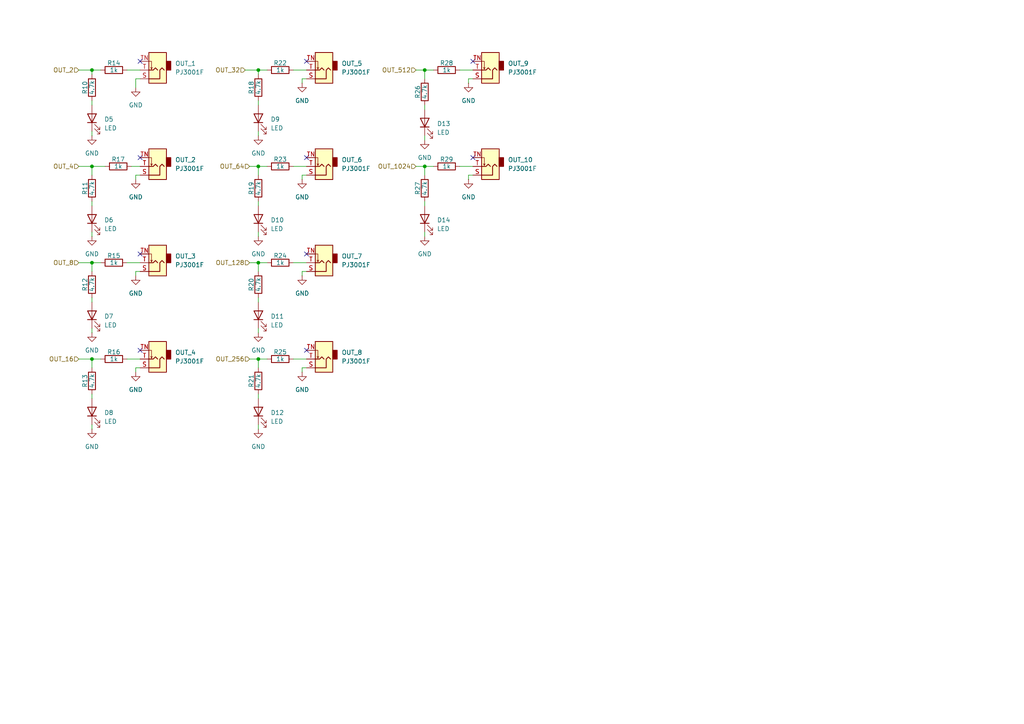
<source format=kicad_sch>
(kicad_sch (version 20231120) (generator "eeschema") (generator_version "8.0")
  (paper "A4")
  (lib_symbols
    (symbol "Device:LED" (pin_numbers hide) (pin_names (offset 1.016) hide)
      (property "Reference" "D" (at 0 2.54 0))
      (property "Value" "LED" (at 0 -2.54 0))
      (symbol "LED_0_1"
        (polyline (pts (xy -1.27 -1.27) (xy -1.27 1.27)) (stroke (width 0.254)))
        (polyline (pts (xy -1.27 0) (xy 1.27 0)))
        (polyline (pts (xy 1.27 -1.27) (xy 1.27 1.27) (xy -1.27 0) (xy 1.27 -1.27)) (stroke (width 0.254)))
        (polyline (pts (xy -3.048 -0.762) (xy -4.572 -2.286) (xy -3.81 -2.286) (xy -4.572 -2.286) (xy -4.572 -1.524)))
        (polyline (pts (xy -1.778 -0.762) (xy -3.302 -2.286) (xy -2.54 -2.286) (xy -3.302 -2.286) (xy -3.302 -1.524)))
      )
      (symbol "LED_1_1"
        (pin passive line (at -3.81 0 0) (length 2.54) (name "K") (number "1"))
        (pin passive line (at 3.81 0 180) (length 2.54) (name "A") (number "2"))
      )
    )
    (symbol "Device:R" (pin_numbers hide) (pin_names (offset 0))
      (property "Reference" "R" (at 2.032 0 90))
      (property "Value" "R" (at 0 0 90))
      (symbol "R_0_1"
        (rectangle (start -1.016 -2.54) (end 1.016 2.54) (stroke (width 0.254)))
      )
      (symbol "R_1_1"
        (pin passive line (at 0 3.81 270) (length 1.27) (name "~") (number "1"))
        (pin passive line (at 0 -3.81 90) (length 1.27) (name "~") (number "2"))
      )
    )
    (symbol "benjiaomodular:PJ3001F"
      (property "Reference" "J" (at 0 8.89 0))
      (property "Value" "PJ3001F" (at 0 6.35 0))
      (symbol "PJ3001F_0_1"
        (rectangle (start -2.54 0) (end -3.81 -2.54) (stroke (width 0.254)) (fill (type outline)))
        (polyline (pts (xy 1.778 -0.254) (xy 2.032 -0.762)))
        (polyline (pts (xy 0 0) (xy 0.635 -0.635) (xy 1.27 0) (xy 2.54 0)) (stroke (width 0.254)))
        (polyline (pts (xy 2.54 -2.54) (xy 1.778 -2.54) (xy 1.778 -0.254) (xy 1.524 -0.762)))
        (polyline (pts (xy 2.54 2.54) (xy -0.635 2.54) (xy -0.635 0) (xy -1.27 -0.635) (xy -1.905 0)) (stroke (width 0.254)))
        (rectangle (start 2.54 3.81) (end -2.54 -5.08) (stroke (width 0.254)) (fill (type background)))
      )
      (symbol "PJ3001F_1_1"
        (pin passive line (at 5.08 2.54 180) (length 2.54) (name "~") (number "S"))
        (pin passive line (at 5.08 0 180) (length 2.54) (name "~") (number "T"))
        (pin passive line (at 5.08 -2.54 180) (length 2.54) (name "~") (number "TN"))
      )
    )
    (symbol "power:GND" (power) (pin_numbers hide) (pin_names (offset 0) hide)
      (property "Value" "GND" (at 0 -3.81 0))
      (symbol "GND_0_1"
        (polyline (pts (xy 0 0) (xy 0 -1.27) (xy 1.27 -1.27) (xy 0 -2.54) (xy -1.27 -1.27) (xy 0 -1.27)))
      )
      (symbol "GND_1_1"
        (pin power_in line (at 0 0 270) (length 0) (name "~") (number "1"))
      )
    )
  )
  (junction (at 123.19 20.32))
  (junction (at 74.93 20.32))
  (junction (at 26.67 104.14))
  (junction (at 26.67 76.2))
  (junction (at 123.19 48.26))
  (junction (at 74.93 48.26))
  (junction (at 74.93 104.14))
  (junction (at 74.93 76.2))
  (junction (at 26.67 48.26))
  (junction (at 26.67 20.32))
  (no_connect (at 40.64 73.66))
  (no_connect (at 88.9 101.6))
  (no_connect (at 137.16 17.78))
  (no_connect (at 88.9 45.72))
  (no_connect (at 40.64 17.78))
  (no_connect (at 88.9 17.78))
  (no_connect (at 40.64 45.72))
  (no_connect (at 137.16 45.72))
  (no_connect (at 88.9 73.66))
  (no_connect (at 40.64 101.6))
  (wire (pts (xy 88.9 50.8) (xy 87.63 50.8)))
  (wire (pts (xy 123.19 20.32) (xy 125.73 20.32)))
  (wire (pts (xy 38.1 48.26) (xy 40.64 48.26)))
  (wire (pts (xy 36.83 20.32) (xy 40.64 20.32)))
  (wire (pts (xy 123.19 30.48) (xy 123.19 31.75)))
  (wire (pts (xy 120.65 20.32) (xy 123.19 20.32)))
  (wire (pts (xy 36.83 76.2) (xy 40.64 76.2)))
  (wire (pts (xy 133.35 20.32) (xy 137.16 20.32)))
  (wire (pts (xy 74.93 104.14) (xy 77.47 104.14)))
  (wire (pts (xy 39.37 50.8) (xy 39.37 52.07)))
  (wire (pts (xy 135.89 50.8) (xy 135.89 52.07)))
  (wire (pts (xy 74.93 76.2) (xy 74.93 78.74)))
  (wire (pts (xy 88.9 106.68) (xy 87.63 106.68)))
  (wire (pts (xy 26.67 38.1) (xy 26.67 39.37)))
  (wire (pts (xy 36.83 104.14) (xy 40.64 104.14)))
  (wire (pts (xy 137.16 50.8) (xy 135.89 50.8)))
  (wire (pts (xy 123.19 67.31) (xy 123.19 68.58)))
  (wire (pts (xy 26.67 95.25) (xy 26.67 96.52)))
  (wire (pts (xy 40.64 106.68) (xy 39.37 106.68)))
  (wire (pts (xy 133.35 48.26) (xy 137.16 48.26)))
  (wire (pts (xy 26.67 104.14) (xy 29.21 104.14)))
  (wire (pts (xy 26.67 76.2) (xy 29.21 76.2)))
  (wire (pts (xy 74.93 104.14) (xy 74.93 106.68)))
  (wire (pts (xy 123.19 20.32) (xy 123.19 22.86)))
  (wire (pts (xy 74.93 86.36) (xy 74.93 87.63)))
  (wire (pts (xy 123.19 48.26) (xy 123.19 50.8)))
  (wire (pts (xy 74.93 38.1) (xy 74.93 39.37)))
  (wire (pts (xy 40.64 78.74) (xy 39.37 78.74)))
  (wire (pts (xy 26.67 104.14) (xy 26.67 106.68)))
  (wire (pts (xy 26.67 48.26) (xy 30.48 48.26)))
  (wire (pts (xy 137.16 22.86) (xy 135.89 22.86)))
  (wire (pts (xy 72.39 76.2) (xy 74.93 76.2)))
  (wire (pts (xy 26.67 86.36) (xy 26.67 87.63)))
  (wire (pts (xy 87.63 22.86) (xy 87.63 24.13)))
  (wire (pts (xy 85.09 104.14) (xy 88.9 104.14)))
  (wire (pts (xy 74.93 58.42) (xy 74.93 59.69)))
  (wire (pts (xy 135.89 22.86) (xy 135.89 24.13)))
  (wire (pts (xy 88.9 78.74) (xy 87.63 78.74)))
  (wire (pts (xy 22.86 20.32) (xy 26.67 20.32)))
  (wire (pts (xy 87.63 78.74) (xy 87.63 80.01)))
  (wire (pts (xy 123.19 39.37) (xy 123.19 40.64)))
  (wire (pts (xy 26.67 67.31) (xy 26.67 68.58)))
  (wire (pts (xy 72.39 48.26) (xy 74.93 48.26)))
  (wire (pts (xy 120.65 48.26) (xy 123.19 48.26)))
  (wire (pts (xy 74.93 123.19) (xy 74.93 124.46)))
  (wire (pts (xy 74.93 76.2) (xy 77.47 76.2)))
  (wire (pts (xy 26.67 59.69) (xy 26.67 58.42)))
  (wire (pts (xy 22.86 104.14) (xy 26.67 104.14)))
  (wire (pts (xy 26.67 48.26) (xy 26.67 50.8)))
  (wire (pts (xy 26.67 20.32) (xy 26.67 21.59)))
  (wire (pts (xy 74.93 48.26) (xy 77.47 48.26)))
  (wire (pts (xy 22.86 48.26) (xy 26.67 48.26)))
  (wire (pts (xy 123.19 48.26) (xy 125.73 48.26)))
  (wire (pts (xy 26.67 114.3) (xy 26.67 115.57)))
  (wire (pts (xy 85.09 76.2) (xy 88.9 76.2)))
  (wire (pts (xy 74.93 67.31) (xy 74.93 68.58)))
  (wire (pts (xy 74.93 95.25) (xy 74.93 96.52)))
  (wire (pts (xy 74.93 20.32) (xy 74.93 21.59)))
  (wire (pts (xy 85.09 48.26) (xy 88.9 48.26)))
  (wire (pts (xy 123.19 58.42) (xy 123.19 59.69)))
  (wire (pts (xy 87.63 50.8) (xy 87.63 52.07)))
  (wire (pts (xy 72.39 104.14) (xy 74.93 104.14)))
  (wire (pts (xy 39.37 22.86) (xy 39.37 25.4)))
  (wire (pts (xy 88.9 22.86) (xy 87.63 22.86)))
  (wire (pts (xy 26.67 20.32) (xy 29.21 20.32)))
  (wire (pts (xy 85.09 20.32) (xy 88.9 20.32)))
  (wire (pts (xy 40.64 50.8) (xy 39.37 50.8)))
  (wire (pts (xy 74.93 20.32) (xy 77.47 20.32)))
  (wire (pts (xy 39.37 106.68) (xy 39.37 107.95)))
  (wire (pts (xy 26.67 29.21) (xy 26.67 30.48)))
  (wire (pts (xy 40.64 22.86) (xy 39.37 22.86)))
  (wire (pts (xy 39.37 78.74) (xy 39.37 80.01)))
  (wire (pts (xy 74.93 48.26) (xy 74.93 50.8)))
  (wire (pts (xy 22.86 76.2) (xy 26.67 76.2)))
  (wire (pts (xy 74.93 114.3) (xy 74.93 115.57)))
  (wire (pts (xy 26.67 123.19) (xy 26.67 124.46)))
  (wire (pts (xy 74.93 29.21) (xy 74.93 30.48)))
  (wire (pts (xy 71.12 20.32) (xy 74.93 20.32)))
  (wire (pts (xy 26.67 76.2) (xy 26.67 78.74)))
  (wire (pts (xy 87.63 106.68) (xy 87.63 107.95)))
  (hierarchical_label "OUT_1024" (shape input) (at 120.65 48.26 180))
  (hierarchical_label "OUT_128" (shape input) (at 72.39 76.2 180))
  (hierarchical_label "OUT_64" (shape input) (at 72.39 48.26 180))
  (hierarchical_label "OUT_256" (shape input) (at 72.39 104.14 180))
  (hierarchical_label "OUT_16" (shape input) (at 22.86 104.14 180))
  (hierarchical_label "OUT_32" (shape input) (at 71.12 20.32 180))
  (hierarchical_label "OUT_2" (shape input) (at 22.86 20.32 180))
  (hierarchical_label "OUT_8" (shape input) (at 22.86 76.2 180))
  (hierarchical_label "OUT_4" (shape input) (at 22.86 48.26 180))
  (hierarchical_label "OUT_512" (shape input) (at 120.65 20.32 180))
  (symbol (lib_id "power:GND") (at 74.93 68.58 0) (unit 1)
    (property "Reference" "#PWR032" (effects (hide yes)))
    (property "Value" "GND" (at 74.93 73.66 0))
    (property "Description" "Power symbol creates a global label with name \"GND\" , ground" (effects (hide yes)))
  )
  (symbol (lib_id "Device:R") (at 74.93 82.55 0) (unit 1)
    (property "Reference" "R20" (at 72.898 82.55 90))
    (property "Value" "4.7k" (at 74.93 82.55 90))
    (property "Footprint" "Resistor_SMD:R_0603_1608Metric_Pad0.98x0.95mm_HandSolder" (effects (hide yes)))
    (property "Description" "Resistor" (effects (hide yes)))
    (property "URL" "https://mou.sr/3Zl09mQ" (effects (hide yes)))
    (property "Manufacturer" "YAGEO" (effects (hide yes)))
    (property "Part #" "RC0603FR-074K7L" (effects (hide yes)))
  )
  (symbol (lib_id "power:GND") (at 87.63 24.13 0) (unit 1)
    (property "Reference" "#PWR035" (effects (hide yes)))
    (property "Value" "GND" (at 87.63 29.21 0))
    (property "Description" "Power symbol creates a global label with name \"GND\" , ground" (effects (hide yes)))
  )
  (symbol (lib_id "benjiaomodular:PJ3001F") (at 45.72 48.26 180) (unit 1)
    (property "Reference" "OUT_2" (at 50.8 46.3549 0) (effects (justify right)))
    (property "Value" "PJ3001F" (at 50.8 48.8949 0) (effects (justify right)))
    (property "Footprint" "benjiaomodular:AudioJack_3.5mm" (effects (hide yes)))
    (property "Description" "Audio Jack, 2 Poles (Mono / TS), Switched T Pole (Normalling)" (effects (hide yes)))
    (property "URL" "https://www.taydaelectronics.com/pj-3001f-3-5-mm-mono-phone-jack.html" (effects (hide yes)))
    (property "Manufacturer" "Tayda Electronics" (effects (hide yes)))
    (property "Part #" "PJ-3001F" (effects (hide yes)))
  )
  (symbol (lib_id "power:GND") (at 123.19 68.58 0) (unit 1)
    (property "Reference" "#PWR040" (effects (hide yes)))
    (property "Value" "GND" (at 123.19 73.66 0))
    (property "Description" "Power symbol creates a global label with name \"GND\" , ground" (effects (hide yes)))
  )
  (symbol (lib_id "benjiaomodular:PJ3001F") (at 93.98 104.14 180) (unit 1)
    (property "Reference" "OUT_8" (at 99.06 102.2349 0) (effects (justify right)))
    (property "Value" "PJ3001F" (at 99.06 104.7749 0) (effects (justify right)))
    (property "Footprint" "benjiaomodular:AudioJack_3.5mm" (effects (hide yes)))
    (property "Description" "Audio Jack, 2 Poles (Mono / TS), Switched T Pole (Normalling)" (effects (hide yes)))
    (property "URL" "https://www.taydaelectronics.com/pj-3001f-3-5-mm-mono-phone-jack.html" (effects (hide yes)))
    (property "Manufacturer" "Tayda Electronics" (effects (hide yes)))
    (property "Part #" "PJ-3001F" (effects (hide yes)))
  )
  (symbol (lib_id "power:GND") (at 26.67 39.37 0) (unit 1)
    (property "Reference" "#PWR023" (effects (hide yes)))
    (property "Value" "GND" (at 26.67 44.45 0))
    (property "Description" "Power symbol creates a global label with name \"GND\" , ground" (effects (hide yes)))
  )
  (symbol (lib_id "benjiaomodular:PJ3001F") (at 93.98 76.2 180) (unit 1)
    (property "Reference" "OUT_7" (at 99.06 74.2949 0) (effects (justify right)))
    (property "Value" "PJ3001F" (at 99.06 76.8349 0) (effects (justify right)))
    (property "Footprint" "benjiaomodular:AudioJack_3.5mm" (effects (hide yes)))
    (property "Description" "Audio Jack, 2 Poles (Mono / TS), Switched T Pole (Normalling)" (effects (hide yes)))
    (property "URL" "https://www.taydaelectronics.com/pj-3001f-3-5-mm-mono-phone-jack.html" (effects (hide yes)))
    (property "Manufacturer" "Tayda Electronics" (effects (hide yes)))
    (property "Part #" "PJ-3001F" (effects (hide yes)))
  )
  (symbol (lib_id "power:GND") (at 74.93 124.46 0) (unit 1)
    (property "Reference" "#PWR034" (effects (hide yes)))
    (property "Value" "GND" (at 74.93 129.54 0))
    (property "Description" "Power symbol creates a global label with name \"GND\" , ground" (effects (hide yes)))
  )
  (symbol (lib_id "Device:R") (at 81.28 76.2 270) (unit 1)
    (property "Reference" "R24" (at 81.28 74.168 90))
    (property "Value" "1k" (at 81.28 76.2 90))
    (property "Footprint" "Resistor_SMD:R_0603_1608Metric_Pad0.98x0.95mm_HandSolder" (effects (hide yes)))
    (property "Description" "Resistor" (effects (hide yes)))
    (property "URL" " https://mou.sr/3MKtPCB" (effects (hide yes)))
    (property "Manufacturer" "YAGEO" (effects (hide yes)))
    (property "Part #" "RC0603FR-071KL " (effects (hide yes)))
  )
  (symbol (lib_id "Device:LED") (at 123.19 63.5 90) (unit 1)
    (property "Reference" "D14" (at 126.746 63.8174 90) (effects (justify right)))
    (property "Value" "LED" (at 126.746 66.3574 90) (effects (justify right)))
    (property "Footprint" "LED_SMD:LED_0805_2012Metric" (effects (hide yes)))
    (property "Description" "Light emitting diode" (effects (hide yes)))
    (property "URL" "https://www.taydaelectronics.com/led-3mm-orange.html" (effects (hide yes)))
    (property "Manufacturer" "KENTO" (effects (hide yes)))
    (property "Part #" "3ARG4HWC" (effects (hide yes)))
  )
  (symbol (lib_id "Device:R") (at 26.67 110.49 0) (unit 1)
    (property "Reference" "R13" (at 24.638 110.49 90))
    (property "Value" "4.7k" (at 26.67 110.49 90))
    (property "Footprint" "Resistor_SMD:R_0603_1608Metric_Pad0.98x0.95mm_HandSolder" (effects (hide yes)))
    (property "Description" "Resistor" (effects (hide yes)))
    (property "URL" "https://mou.sr/3Zl09mQ" (effects (hide yes)))
    (property "Manufacturer" "YAGEO" (effects (hide yes)))
    (property "Part #" "RC0603FR-074K7L" (effects (hide yes)))
  )
  (symbol (lib_id "power:GND") (at 39.37 80.01 0) (unit 1)
    (property "Reference" "#PWR029" (effects (hide yes)))
    (property "Value" "GND" (at 39.37 85.09 0))
    (property "Description" "Power symbol creates a global label with name \"GND\" , ground" (effects (hide yes)))
  )
  (symbol (lib_id "benjiaomodular:PJ3001F") (at 45.72 20.32 180) (unit 1)
    (property "Reference" "OUT_1" (at 50.8 18.4149 0) (effects (justify right)))
    (property "Value" "PJ3001F" (at 50.8 20.9549 0) (effects (justify right)))
    (property "Footprint" "benjiaomodular:AudioJack_3.5mm" (effects (hide yes)))
    (property "Description" "Audio Jack, 2 Poles (Mono / TS), Switched T Pole (Normalling)" (effects (hide yes)))
    (property "URL" "https://www.taydaelectronics.com/pj-3001f-3-5-mm-mono-phone-jack.html" (effects (hide yes)))
    (property "Manufacturer" "Tayda Electronics" (effects (hide yes)))
    (property "Part #" "PJ-3001F" (effects (hide yes)))
  )
  (symbol (lib_id "power:GND") (at 135.89 52.07 0) (unit 1)
    (property "Reference" "#PWR042" (effects (hide yes)))
    (property "Value" "GND" (at 135.89 57.15 0))
    (property "Description" "Power symbol creates a global label with name \"GND\" , ground" (effects (hide yes)))
  )
  (symbol (lib_id "power:GND") (at 74.93 39.37 0) (unit 1)
    (property "Reference" "#PWR031" (effects (hide yes)))
    (property "Value" "GND" (at 74.93 44.45 0))
    (property "Description" "Power symbol creates a global label with name \"GND\" , ground" (effects (hide yes)))
  )
  (symbol (lib_id "benjiaomodular:PJ3001F") (at 45.72 104.14 180) (unit 1)
    (property "Reference" "OUT_4" (at 50.8 102.2349 0) (effects (justify right)))
    (property "Value" "PJ3001F" (at 50.8 104.7749 0) (effects (justify right)))
    (property "Footprint" "benjiaomodular:AudioJack_3.5mm" (effects (hide yes)))
    (property "Description" "Audio Jack, 2 Poles (Mono / TS), Switched T Pole (Normalling)" (effects (hide yes)))
    (property "URL" "https://www.taydaelectronics.com/pj-3001f-3-5-mm-mono-phone-jack.html" (effects (hide yes)))
    (property "Manufacturer" "Tayda Electronics" (effects (hide yes)))
    (property "Part #" "PJ-3001F" (effects (hide yes)))
  )
  (symbol (lib_id "Device:LED") (at 26.67 63.5 90) (unit 1)
    (property "Reference" "D6" (at 30.226 63.8174 90) (effects (justify right)))
    (property "Value" "LED" (at 30.226 66.3574 90) (effects (justify right)))
    (property "Footprint" "LED_SMD:LED_0805_2012Metric" (effects (hide yes)))
    (property "Description" "Light emitting diode" (effects (hide yes)))
    (property "URL" "https://www.taydaelectronics.com/led-3mm-orange.html" (effects (hide yes)))
    (property "Manufacturer" "KENTO" (effects (hide yes)))
    (property "Part #" "3ARG4HWC" (effects (hide yes)))
  )
  (symbol (lib_id "Device:R") (at 26.67 25.4 0) (unit 1)
    (property "Reference" "R10" (at 24.638 25.4 90))
    (property "Value" "4.7k" (at 26.67 25.4 90))
    (property "Footprint" "Resistor_SMD:R_0603_1608Metric_Pad0.98x0.95mm_HandSolder" (effects (hide yes)))
    (property "Description" "Resistor" (effects (hide yes)))
    (property "URL" "https://mou.sr/3Zl09mQ" (effects (hide yes)))
    (property "Manufacturer" "YAGEO" (effects (hide yes)))
    (property "Part #" "RC0603FR-074K7L" (effects (hide yes)))
  )
  (symbol (lib_id "power:GND") (at 74.93 96.52 0) (unit 1)
    (property "Reference" "#PWR033" (effects (hide yes)))
    (property "Value" "GND" (at 74.93 101.6 0))
    (property "Description" "Power symbol creates a global label with name \"GND\" , ground" (effects (hide yes)))
  )
  (symbol (lib_id "Device:R") (at 123.19 26.67 0) (unit 1)
    (property "Reference" "R26" (at 121.158 26.67 90))
    (property "Value" "4.7k" (at 123.19 26.67 90))
    (property "Footprint" "Resistor_SMD:R_0603_1608Metric_Pad0.98x0.95mm_HandSolder" (effects (hide yes)))
    (property "Description" "Resistor" (effects (hide yes)))
    (property "URL" "https://mou.sr/3Zl09mQ" (effects (hide yes)))
    (property "Manufacturer" "YAGEO" (effects (hide yes)))
    (property "Part #" "RC0603FR-074K7L" (effects (hide yes)))
  )
  (symbol (lib_id "power:GND") (at 87.63 80.01 0) (unit 1)
    (property "Reference" "#PWR037" (effects (hide yes)))
    (property "Value" "GND" (at 87.63 85.09 0))
    (property "Description" "Power symbol creates a global label with name \"GND\" , ground" (effects (hide yes)))
  )
  (symbol (lib_id "Device:R") (at 129.54 20.32 270) (unit 1)
    (property "Reference" "R28" (at 129.54 18.288 90))
    (property "Value" "1k" (at 129.54 20.32 90))
    (property "Footprint" "Resistor_SMD:R_0603_1608Metric_Pad0.98x0.95mm_HandSolder" (effects (hide yes)))
    (property "Description" "Resistor" (effects (hide yes)))
    (property "URL" " https://mou.sr/3MKtPCB" (effects (hide yes)))
    (property "Manufacturer" "YAGEO" (effects (hide yes)))
    (property "Part #" "RC0603FR-071KL " (effects (hide yes)))
  )
  (symbol (lib_id "Device:R") (at 81.28 20.32 270) (unit 1)
    (property "Reference" "R22" (at 81.28 18.288 90))
    (property "Value" "1k" (at 81.28 20.32 90))
    (property "Footprint" "Resistor_SMD:R_0603_1608Metric_Pad0.98x0.95mm_HandSolder" (effects (hide yes)))
    (property "Description" "Resistor" (effects (hide yes)))
    (property "URL" " https://mou.sr/3MKtPCB" (effects (hide yes)))
    (property "Manufacturer" "YAGEO" (effects (hide yes)))
    (property "Part #" "RC0603FR-071KL " (effects (hide yes)))
  )
  (symbol (lib_id "Device:R") (at 74.93 110.49 0) (unit 1)
    (property "Reference" "R21" (at 72.898 110.49 90))
    (property "Value" "4.7k" (at 74.93 110.49 90))
    (property "Footprint" "Resistor_SMD:R_0603_1608Metric_Pad0.98x0.95mm_HandSolder" (effects (hide yes)))
    (property "Description" "Resistor" (effects (hide yes)))
    (property "URL" "https://mou.sr/3Zl09mQ" (effects (hide yes)))
    (property "Manufacturer" "YAGEO" (effects (hide yes)))
    (property "Part #" "RC0603FR-074K7L" (effects (hide yes)))
  )
  (symbol (lib_id "benjiaomodular:PJ3001F") (at 142.24 48.26 180) (unit 1)
    (property "Reference" "OUT_10" (at 147.32 46.3549 0) (effects (justify right)))
    (property "Value" "PJ3001F" (at 147.32 48.8949 0) (effects (justify right)))
    (property "Footprint" "benjiaomodular:AudioJack_3.5mm" (effects (hide yes)))
    (property "Description" "Audio Jack, 2 Poles (Mono / TS), Switched T Pole (Normalling)" (effects (hide yes)))
    (property "URL" "https://www.taydaelectronics.com/pj-3001f-3-5-mm-mono-phone-jack.html" (effects (hide yes)))
    (property "Manufacturer" "Tayda Electronics" (effects (hide yes)))
    (property "Part #" "PJ-3001F" (effects (hide yes)))
  )
  (symbol (lib_id "Device:LED") (at 74.93 34.29 90) (unit 1)
    (property "Reference" "D9" (at 78.486 34.6074 90) (effects (justify right)))
    (property "Value" "LED" (at 78.486 37.1474 90) (effects (justify right)))
    (property "Footprint" "LED_SMD:LED_0805_2012Metric" (effects (hide yes)))
    (property "Description" "Light emitting diode" (effects (hide yes)))
    (property "URL" "https://www.taydaelectronics.com/led-3mm-orange.html" (effects (hide yes)))
    (property "Manufacturer" "KENTO" (effects (hide yes)))
    (property "Part #" "3ARG4HWC" (effects (hide yes)))
  )
  (symbol (lib_id "Device:LED") (at 26.67 91.44 90) (unit 1)
    (property "Reference" "D7" (at 30.226 91.7574 90) (effects (justify right)))
    (property "Value" "LED" (at 30.226 94.2974 90) (effects (justify right)))
    (property "Footprint" "LED_SMD:LED_0805_2012Metric" (effects (hide yes)))
    (property "Description" "Light emitting diode" (effects (hide yes)))
    (property "URL" "https://www.taydaelectronics.com/led-3mm-orange.html" (effects (hide yes)))
    (property "Manufacturer" "KENTO" (effects (hide yes)))
    (property "Part #" "3ARG4HWC" (effects (hide yes)))
  )
  (symbol (lib_id "Device:R") (at 33.02 76.2 270) (unit 1)
    (property "Reference" "R15" (at 33.02 74.168 90))
    (property "Value" "1k" (at 33.02 76.2 90))
    (property "Footprint" "Resistor_SMD:R_0603_1608Metric_Pad0.98x0.95mm_HandSolder" (effects (hide yes)))
    (property "Description" "Resistor" (effects (hide yes)))
    (property "URL" " https://mou.sr/3MKtPCB" (effects (hide yes)))
    (property "Manufacturer" "YAGEO" (effects (hide yes)))
    (property "Part #" "RC0603FR-071KL " (effects (hide yes)))
  )
  (symbol (lib_id "Device:R") (at 129.54 48.26 270) (unit 1)
    (property "Reference" "R29" (at 129.54 46.228 90))
    (property "Value" "1k" (at 129.54 48.26 90))
    (property "Footprint" "Resistor_SMD:R_0603_1608Metric_Pad0.98x0.95mm_HandSolder" (effects (hide yes)))
    (property "Description" "Resistor" (effects (hide yes)))
    (property "URL" " https://mou.sr/3MKtPCB" (effects (hide yes)))
    (property "Manufacturer" "YAGEO" (effects (hide yes)))
    (property "Part #" "RC0603FR-071KL " (effects (hide yes)))
  )
  (symbol (lib_id "Device:R") (at 81.28 48.26 270) (unit 1)
    (property "Reference" "R23" (at 81.28 46.228 90))
    (property "Value" "1k" (at 81.28 48.26 90))
    (property "Footprint" "Resistor_SMD:R_0603_1608Metric_Pad0.98x0.95mm_HandSolder" (effects (hide yes)))
    (property "Description" "Resistor" (effects (hide yes)))
    (property "URL" " https://mou.sr/3MKtPCB" (effects (hide yes)))
    (property "Manufacturer" "YAGEO" (effects (hide yes)))
    (property "Part #" "RC0603FR-071KL " (effects (hide yes)))
  )
  (symbol (lib_id "Device:R") (at 81.28 104.14 270) (unit 1)
    (property "Reference" "R25" (at 81.28 102.108 90))
    (property "Value" "1k" (at 81.28 104.14 90))
    (property "Footprint" "Resistor_SMD:R_0603_1608Metric_Pad0.98x0.95mm_HandSolder" (effects (hide yes)))
    (property "Description" "Resistor" (effects (hide yes)))
    (property "URL" " https://mou.sr/3MKtPCB" (effects (hide yes)))
    (property "Manufacturer" "YAGEO" (effects (hide yes)))
    (property "Part #" "RC0603FR-071KL " (effects (hide yes)))
  )
  (symbol (lib_id "power:GND") (at 123.19 40.64 0) (unit 1)
    (property "Reference" "#PWR039" (effects (hide yes)))
    (property "Value" "GND" (at 123.19 45.72 0))
    (property "Description" "Power symbol creates a global label with name \"GND\" , ground" (effects (hide yes)))
  )
  (symbol (lib_id "Device:LED") (at 123.19 35.56 90) (unit 1)
    (property "Reference" "D13" (at 126.746 35.8774 90) (effects (justify right)))
    (property "Value" "LED" (at 126.746 38.4174 90) (effects (justify right)))
    (property "Footprint" "LED_SMD:LED_0805_2012Metric" (effects (hide yes)))
    (property "Description" "Light emitting diode" (effects (hide yes)))
    (property "URL" "https://www.taydaelectronics.com/led-3mm-orange.html" (effects (hide yes)))
    (property "Manufacturer" "KENTO" (effects (hide yes)))
    (property "Part #" "3ARG4HWC" (effects (hide yes)))
  )
  (symbol (lib_id "power:GND") (at 39.37 52.07 0) (unit 1)
    (property "Reference" "#PWR028" (effects (hide yes)))
    (property "Value" "GND" (at 39.37 57.15 0))
    (property "Description" "Power symbol creates a global label with name \"GND\" , ground" (effects (hide yes)))
  )
  (symbol (lib_id "power:GND") (at 87.63 52.07 0) (unit 1)
    (property "Reference" "#PWR036" (effects (hide yes)))
    (property "Value" "GND" (at 87.63 57.15 0))
    (property "Description" "Power symbol creates a global label with name \"GND\" , ground" (effects (hide yes)))
  )
  (symbol (lib_id "Device:LED") (at 26.67 119.38 90) (unit 1)
    (property "Reference" "D8" (at 30.226 119.6974 90) (effects (justify right)))
    (property "Value" "LED" (at 30.226 122.2374 90) (effects (justify right)))
    (property "Footprint" "LED_SMD:LED_0805_2012Metric" (effects (hide yes)))
    (property "Description" "Light emitting diode" (effects (hide yes)))
    (property "URL" "https://www.taydaelectronics.com/led-3mm-orange.html" (effects (hide yes)))
    (property "Manufacturer" "KENTO" (effects (hide yes)))
    (property "Part #" "3ARG4HWC" (effects (hide yes)))
  )
  (symbol (lib_id "power:GND") (at 26.67 96.52 0) (unit 1)
    (property "Reference" "#PWR025" (effects (hide yes)))
    (property "Value" "GND" (at 26.67 101.6 0))
    (property "Description" "Power symbol creates a global label with name \"GND\" , ground" (effects (hide yes)))
  )
  (symbol (lib_id "Device:R") (at 74.93 25.4 0) (unit 1)
    (property "Reference" "R18" (at 72.898 25.4 90))
    (property "Value" "4.7k" (at 74.93 25.4 90))
    (property "Footprint" "Resistor_SMD:R_0603_1608Metric_Pad0.98x0.95mm_HandSolder" (effects (hide yes)))
    (property "Description" "Resistor" (effects (hide yes)))
    (property "URL" "https://mou.sr/3Zl09mQ" (effects (hide yes)))
    (property "Manufacturer" "YAGEO" (effects (hide yes)))
    (property "Part #" "RC0603FR-074K7L" (effects (hide yes)))
  )
  (symbol (lib_id "benjiaomodular:PJ3001F") (at 93.98 48.26 180) (unit 1)
    (property "Reference" "OUT_6" (at 99.06 46.3549 0) (effects (justify right)))
    (property "Value" "PJ3001F" (at 99.06 48.8949 0) (effects (justify right)))
    (property "Footprint" "benjiaomodular:AudioJack_3.5mm" (effects (hide yes)))
    (property "Description" "Audio Jack, 2 Poles (Mono / TS), Switched T Pole (Normalling)" (effects (hide yes)))
    (property "URL" "https://www.taydaelectronics.com/pj-3001f-3-5-mm-mono-phone-jack.html" (effects (hide yes)))
    (property "Manufacturer" "Tayda Electronics" (effects (hide yes)))
    (property "Part #" "PJ-3001F" (effects (hide yes)))
  )
  (symbol (lib_id "Device:LED") (at 74.93 119.38 90) (unit 1)
    (property "Reference" "D12" (at 78.486 119.6974 90) (effects (justify right)))
    (property "Value" "LED" (at 78.486 122.2374 90) (effects (justify right)))
    (property "Footprint" "LED_SMD:LED_0805_2012Metric" (effects (hide yes)))
    (property "Description" "Light emitting diode" (effects (hide yes)))
    (property "URL" "https://www.taydaelectronics.com/led-3mm-orange.html" (effects (hide yes)))
    (property "Manufacturer" "KENTO" (effects (hide yes)))
    (property "Part #" "3ARG4HWC" (effects (hide yes)))
  )
  (symbol (lib_id "Device:R") (at 26.67 82.55 0) (unit 1)
    (property "Reference" "R12" (at 24.638 82.55 90))
    (property "Value" "4.7k" (at 26.67 82.55 90))
    (property "Footprint" "Resistor_SMD:R_0603_1608Metric_Pad0.98x0.95mm_HandSolder" (effects (hide yes)))
    (property "Description" "Resistor" (effects (hide yes)))
    (property "URL" "https://mou.sr/3Zl09mQ" (effects (hide yes)))
    (property "Manufacturer" "YAGEO" (effects (hide yes)))
    (property "Part #" "RC0603FR-074K7L" (effects (hide yes)))
  )
  (symbol (lib_id "Device:R") (at 26.67 54.61 0) (unit 1)
    (property "Reference" "R11" (at 24.638 54.61 90))
    (property "Value" "4.7k" (at 26.67 54.61 90))
    (property "Footprint" "Resistor_SMD:R_0603_1608Metric_Pad0.98x0.95mm_HandSolder" (effects (hide yes)))
    (property "Description" "Resistor" (effects (hide yes)))
    (property "URL" "https://mou.sr/3Zl09mQ" (effects (hide yes)))
    (property "Manufacturer" "YAGEO" (effects (hide yes)))
    (property "Part #" "RC0603FR-074K7L" (effects (hide yes)))
  )
  (symbol (lib_id "benjiaomodular:PJ3001F") (at 93.98 20.32 180) (unit 1)
    (property "Reference" "OUT_5" (at 99.06 18.4149 0) (effects (justify right)))
    (property "Value" "PJ3001F" (at 99.06 20.9549 0) (effects (justify right)))
    (property "Footprint" "benjiaomodular:AudioJack_3.5mm" (effects (hide yes)))
    (property "Description" "Audio Jack, 2 Poles (Mono / TS), Switched T Pole (Normalling)" (effects (hide yes)))
    (property "URL" "https://www.taydaelectronics.com/pj-3001f-3-5-mm-mono-phone-jack.html" (effects (hide yes)))
    (property "Manufacturer" "Tayda Electronics" (effects (hide yes)))
    (property "Part #" "PJ-3001F" (effects (hide yes)))
  )
  (symbol (lib_id "Device:R") (at 33.02 20.32 270) (unit 1)
    (property "Reference" "R14" (at 33.02 18.288 90))
    (property "Value" "1k" (at 33.02 20.32 90))
    (property "Footprint" "Resistor_SMD:R_0603_1608Metric_Pad0.98x0.95mm_HandSolder" (effects (hide yes)))
    (property "Description" "Resistor" (effects (hide yes)))
    (property "URL" " https://mou.sr/3MKtPCB" (effects (hide yes)))
    (property "Manufacturer" "YAGEO" (effects (hide yes)))
    (property "Part #" "RC0603FR-071KL " (effects (hide yes)))
  )
  (symbol (lib_id "power:GND") (at 87.63 107.95 0) (unit 1)
    (property "Reference" "#PWR038" (effects (hide yes)))
    (property "Value" "GND" (at 87.63 113.03 0))
    (property "Description" "Power symbol creates a global label with name \"GND\" , ground" (effects (hide yes)))
  )
  (symbol (lib_id "power:GND") (at 39.37 25.4 0) (unit 1)
    (property "Reference" "#PWR027" (effects (hide yes)))
    (property "Value" "GND" (at 39.37 30.48 0))
    (property "Description" "Power symbol creates a global label with name \"GND\" , ground" (effects (hide yes)))
  )
  (symbol (lib_id "benjiaomodular:PJ3001F") (at 45.72 76.2 180) (unit 1)
    (property "Reference" "OUT_3" (at 50.8 74.2949 0) (effects (justify right)))
    (property "Value" "PJ3001F" (at 50.8 76.8349 0) (effects (justify right)))
    (property "Footprint" "benjiaomodular:AudioJack_3.5mm" (effects (hide yes)))
    (property "Description" "Audio Jack, 2 Poles (Mono / TS), Switched T Pole (Normalling)" (effects (hide yes)))
    (property "URL" "https://www.taydaelectronics.com/pj-3001f-3-5-mm-mono-phone-jack.html" (effects (hide yes)))
    (property "Manufacturer" "Tayda Electronics" (effects (hide yes)))
    (property "Part #" "PJ-3001F" (effects (hide yes)))
  )
  (symbol (lib_id "power:GND") (at 26.67 68.58 0) (unit 1)
    (property "Reference" "#PWR024" (effects (hide yes)))
    (property "Value" "GND" (at 26.67 73.66 0))
    (property "Description" "Power symbol creates a global label with name \"GND\" , ground" (effects (hide yes)))
  )
  (symbol (lib_id "Device:R") (at 123.19 54.61 0) (unit 1)
    (property "Reference" "R27" (at 121.158 54.61 90))
    (property "Value" "4.7k" (at 123.19 54.61 90))
    (property "Footprint" "Resistor_SMD:R_0603_1608Metric_Pad0.98x0.95mm_HandSolder" (effects (hide yes)))
    (property "Description" "Resistor" (effects (hide yes)))
    (property "URL" "https://mou.sr/3Zl09mQ" (effects (hide yes)))
    (property "Manufacturer" "YAGEO" (effects (hide yes)))
    (property "Part #" "RC0603FR-074K7L" (effects (hide yes)))
  )
  (symbol (lib_id "power:GND") (at 135.89 24.13 0) (unit 1)
    (property "Reference" "#PWR041" (effects (hide yes)))
    (property "Value" "GND" (at 135.89 29.21 0))
    (property "Description" "Power symbol creates a global label with name \"GND\" , ground" (effects (hide yes)))
  )
  (symbol (lib_id "Device:R") (at 34.29 48.26 270) (unit 1)
    (property "Reference" "R17" (at 34.29 46.228 90))
    (property "Value" "1k" (at 34.29 48.26 90))
    (property "Footprint" "Resistor_SMD:R_0603_1608Metric_Pad0.98x0.95mm_HandSolder" (effects (hide yes)))
    (property "Description" "Resistor" (effects (hide yes)))
    (property "URL" " https://mou.sr/3MKtPCB" (effects (hide yes)))
    (property "Manufacturer" "YAGEO" (effects (hide yes)))
    (property "Part #" "RC0603FR-071KL " (effects (hide yes)))
  )
  (symbol (lib_id "power:GND") (at 39.37 107.95 0) (unit 1)
    (property "Reference" "#PWR030" (effects (hide yes)))
    (property "Value" "GND" (at 39.37 113.03 0))
    (property "Description" "Power symbol creates a global label with name \"GND\" , ground" (effects (hide yes)))
  )
  (symbol (lib_id "Device:R") (at 74.93 54.61 0) (unit 1)
    (property "Reference" "R19" (at 72.898 54.61 90))
    (property "Value" "4.7k" (at 74.93 54.61 90))
    (property "Footprint" "Resistor_SMD:R_0603_1608Metric_Pad0.98x0.95mm_HandSolder" (effects (hide yes)))
    (property "Description" "Resistor" (effects (hide yes)))
    (property "URL" "https://mou.sr/3Zl09mQ" (effects (hide yes)))
    (property "Manufacturer" "YAGEO" (effects (hide yes)))
    (property "Part #" "RC0603FR-074K7L" (effects (hide yes)))
  )
  (symbol (lib_id "power:GND") (at 26.67 124.46 0) (unit 1)
    (property "Reference" "#PWR026" (effects (hide yes)))
    (property "Value" "GND" (at 26.67 129.54 0))
    (property "Description" "Power symbol creates a global label with name \"GND\" , ground" (effects (hide yes)))
  )
  (symbol (lib_id "Device:LED") (at 26.67 34.29 90) (unit 1)
    (property "Reference" "D5" (at 30.226 34.6074 90) (effects (justify right)))
    (property "Value" "LED" (at 30.226 37.1474 90) (effects (justify right)))
    (property "Footprint" "LED_SMD:LED_0805_2012Metric" (effects (hide yes)))
    (property "Description" "Light emitting diode" (effects (hide yes)))
    (property "URL" "https://www.taydaelectronics.com/led-3mm-orange.html" (effects (hide yes)))
    (property "Manufacturer" "KENTO" (effects (hide yes)))
    (property "Part #" "3ARG4HWC" (effects (hide yes)))
  )
  (symbol (lib_id "benjiaomodular:PJ3001F") (at 142.24 20.32 180) (unit 1)
    (property "Reference" "OUT_9" (at 147.32 18.4149 0) (effects (justify right)))
    (property "Value" "PJ3001F" (at 147.32 20.9549 0) (effects (justify right)))
    (property "Footprint" "benjiaomodular:AudioJack_3.5mm" (effects (hide yes)))
    (property "Description" "Audio Jack, 2 Poles (Mono / TS), Switched T Pole (Normalling)" (effects (hide yes)))
    (property "URL" "https://www.taydaelectronics.com/pj-3001f-3-5-mm-mono-phone-jack.html" (effects (hide yes)))
    (property "Manufacturer" "Tayda Electronics" (effects (hide yes)))
    (property "Part #" "PJ-3001F" (effects (hide yes)))
  )
  (symbol (lib_id "Device:R") (at 33.02 104.14 270) (unit 1)
    (property "Reference" "R16" (at 33.02 102.108 90))
    (property "Value" "1k" (at 33.02 104.14 90))
    (property "Footprint" "Resistor_SMD:R_0603_1608Metric_Pad0.98x0.95mm_HandSolder" (effects (hide yes)))
    (property "Description" "Resistor" (effects (hide yes)))
    (property "URL" " https://mou.sr/3MKtPCB" (effects (hide yes)))
    (property "Manufacturer" "YAGEO" (effects (hide yes)))
    (property "Part #" "RC0603FR-071KL " (effects (hide yes)))
  )
  (symbol (lib_id "Device:LED") (at 74.93 91.44 90) (unit 1)
    (property "Reference" "D11" (at 78.486 91.7574 90) (effects (justify right)))
    (property "Value" "LED" (at 78.486 94.2974 90) (effects (justify right)))
    (property "Footprint" "LED_SMD:LED_0805_2012Metric" (effects (hide yes)))
    (property "Description" "Light emitting diode" (effects (hide yes)))
    (property "URL" "https://www.taydaelectronics.com/led-3mm-orange.html" (effects (hide yes)))
    (property "Manufacturer" "KENTO" (effects (hide yes)))
    (property "Part #" "3ARG4HWC" (effects (hide yes)))
  )
  (symbol (lib_id "Device:LED") (at 74.93 63.5 90) (unit 1)
    (property "Reference" "D10" (at 78.486 63.8174 90) (effects (justify right)))
    (property "Value" "LED" (at 78.486 66.3574 90) (effects (justify right)))
    (property "Footprint" "LED_SMD:LED_0805_2012Metric" (effects (hide yes)))
    (property "Description" "Light emitting diode" (effects (hide yes)))
    (property "URL" "https://www.taydaelectronics.com/led-3mm-orange.html" (effects (hide yes)))
    (property "Manufacturer" "KENTO" (effects (hide yes)))
    (property "Part #" "3ARG4HWC" (effects (hide yes)))
  )
)
</source>
